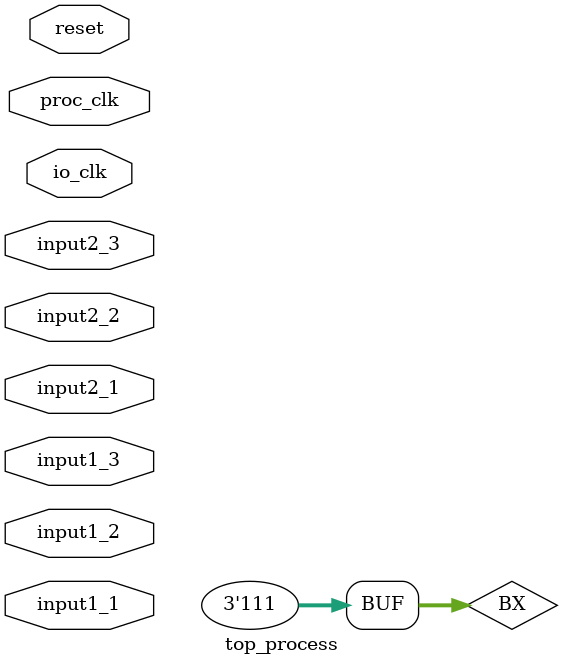
<source format=v>
`timescale 1ns / 1ps
`include "constants.vh"

module top_process #(
parameter INPUT_TYPE1  = "StubsByLayer",
parameter INPUT_SIZE1  = 36,
parameter INPUT_TYPE2  = "StubsByLayer",
parameter INPUT_SIZE2  = 36,
parameter OUTPUT_TYPE1 = "AllStubs",
parameter OUTPUT_SIZE1 = 36,
parameter OUTPUT_TYPE2 = "AllStubs",
parameter OUTPUT_SIZE2 = 36,
parameter OUTPUT_NUM1  = 3,
parameter OUTPUT_NUM2  = 3,
parameter NAME_UUT     = "Custom_UUT"
)(
    input proc_clk, 
    input io_clk,
    input reset,
    // inputs
    input [INPUT_SIZE1-1:0] input1_1,
    input [INPUT_SIZE1-1:0] input1_2,
    input [INPUT_SIZE1-1:0] input1_3,
    input [INPUT_SIZE2-1:0] input2_1,
    input [INPUT_SIZE2-1:0] input2_2,
    input [INPUT_SIZE2-1:0] input2_3
    // outputs
    );
        
    reg [2:0] BX; // bunch crossing counter
    reg first_clk;
    reg not_first_clk;
    
    reg en_proc;
    
    initial BX = 3'b111;
    initial en_proc <= 1'b0;
    
    always @(posedge io_clk) begin
        if (reset)
            en_proc <= 1'b0;
        else if (input1_1 == 128'hFFFFFFFFF)
            en_proc <= 1'b1;
    end
    
    //---------------------------------------------------
    // Connect to processing
    //---------------------------------------------------    
    tracklet_processing #(INPUT_TYPE1,INPUT_SIZE1,INPUT_TYPE2,INPUT_SIZE2,OUTPUT_TYPE1,OUTPUT_SIZE1,OUTPUT_TYPE2,OUTPUT_SIZE2,OUTPUT_NUM1,OUTPUT_NUM2,NAME_UUT) 
    tracklet_process(
        .clk(proc_clk),
        .reset(reset),
        .en_proc(en_proc),
        .BX(BX),
        .first_clk(first_clk),
        .not_first_clk(not_first_clk),
        .input1_1(input1_1),
        .input1_2(input1_2),
        .input1_3(input1_3),
        .input2_1(input2_1),
        .input2_2(input2_2),
        .input2_3(input2_3)
    );
    
    
endmodule
</source>
